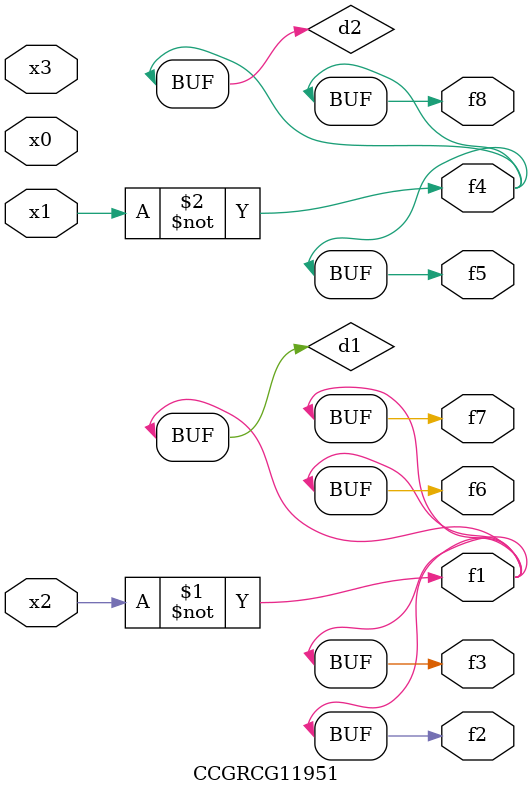
<source format=v>
module CCGRCG11951(
	input x0, x1, x2, x3,
	output f1, f2, f3, f4, f5, f6, f7, f8
);

	wire d1, d2;

	xnor (d1, x2);
	not (d2, x1);
	assign f1 = d1;
	assign f2 = d1;
	assign f3 = d1;
	assign f4 = d2;
	assign f5 = d2;
	assign f6 = d1;
	assign f7 = d1;
	assign f8 = d2;
endmodule

</source>
